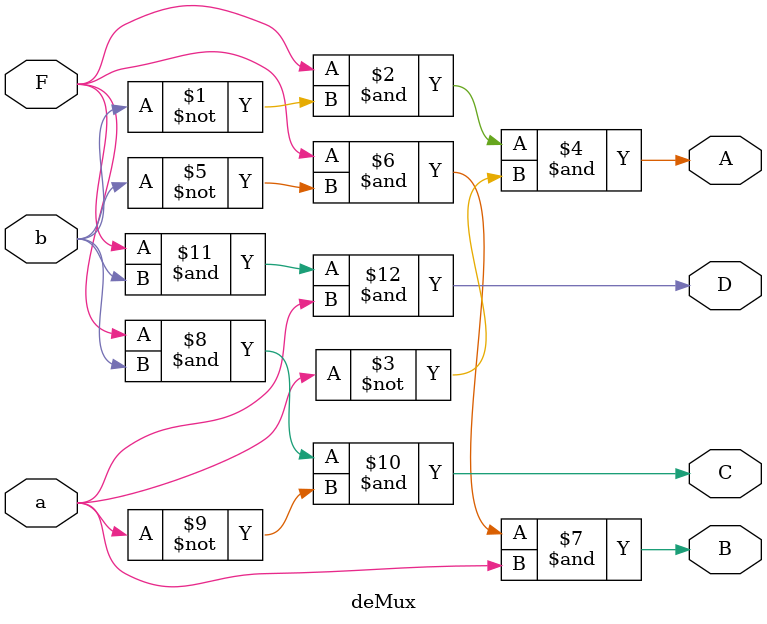
<source format=v>
`timescale 1ns / 1ps



module deMux(output A,B,C,D, input a,b,F);
    assign A = (F&~b&~a);
    assign B = (F&~b&a);
    assign C = (F&b&~a);
    assign D = (F&b&a);
endmodule

</source>
